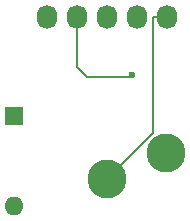
<source format=gbr>
%TF.GenerationSoftware,KiCad,Pcbnew,9.0.6*%
%TF.CreationDate,2025-12-02T18:26:22-08:00*%
%TF.ProjectId,pcb,7063622e-6b69-4636-9164-5f7063625858,rev?*%
%TF.SameCoordinates,Original*%
%TF.FileFunction,Copper,L2,Bot*%
%TF.FilePolarity,Positive*%
%FSLAX46Y46*%
G04 Gerber Fmt 4.6, Leading zero omitted, Abs format (unit mm)*
G04 Created by KiCad (PCBNEW 9.0.6) date 2025-12-02 18:26:22*
%MOMM*%
%LPD*%
G01*
G04 APERTURE LIST*
%TA.AperFunction,ComponentPad*%
%ADD10R,1.600000X1.600000*%
%TD*%
%TA.AperFunction,ComponentPad*%
%ADD11O,1.600000X1.600000*%
%TD*%
%TA.AperFunction,ComponentPad*%
%ADD12C,3.300000*%
%TD*%
%TA.AperFunction,ComponentPad*%
%ADD13O,1.727200X2.032000*%
%TD*%
%TA.AperFunction,ViaPad*%
%ADD14C,0.600000*%
%TD*%
%TA.AperFunction,Conductor*%
%ADD15C,0.200000*%
%TD*%
G04 APERTURE END LIST*
D10*
%TO.P,D1,1,K*%
%TO.N,Net-(D1-K)*%
X32625900Y-64895600D03*
D11*
%TO.P,D1,2,A*%
%TO.N,Net-(D1-A)*%
X32625900Y-72515600D03*
%TD*%
D12*
%TO.P,CH1,1,1*%
%TO.N,Net-(D1-A)*%
X45481300Y-68043700D03*
%TO.P,CH1,2,2*%
%TO.N,Net-(LED1-VDD)*%
X40481300Y-70243700D03*
%TD*%
D13*
%TO.P,J1,1*%
%TO.N,Net-(LED1-VDD)*%
X45561300Y-56461400D03*
%TO.P,J1,2*%
%TO.N,Net-(D1-K)*%
X43021300Y-56461400D03*
%TO.P,J1,3*%
%TO.N,Net-(LED1-VSS)*%
X40481300Y-56461400D03*
%TO.P,J1,4*%
%TO.N,Net-(LED1-DIN)*%
X37941300Y-56461400D03*
%TO.P,J1,5*%
%TO.N,Net-(J1-Pad5)*%
X35401300Y-56461400D03*
%TD*%
D14*
%TO.N,Net-(LED1-DIN)*%
X42629600Y-61430600D03*
%TD*%
D15*
%TO.N,Net-(LED1-DIN)*%
X42522200Y-61538000D02*
X42629600Y-61430600D01*
X38797200Y-61538000D02*
X42522200Y-61538000D01*
X37941300Y-60682100D02*
X38797200Y-61538000D01*
X37941300Y-56461400D02*
X37941300Y-60682100D01*
X42629600Y-61430600D02*
X42522200Y-61430600D01*
X42522200Y-61430600D02*
X42629600Y-61430600D01*
%TO.N,Net-(LED1-VDD)*%
X44396000Y-66329000D02*
X40481300Y-70243700D01*
X44396000Y-56461400D02*
X44396000Y-66329000D01*
X45561300Y-56461400D02*
X44396000Y-56461400D01*
%TD*%
M02*

</source>
